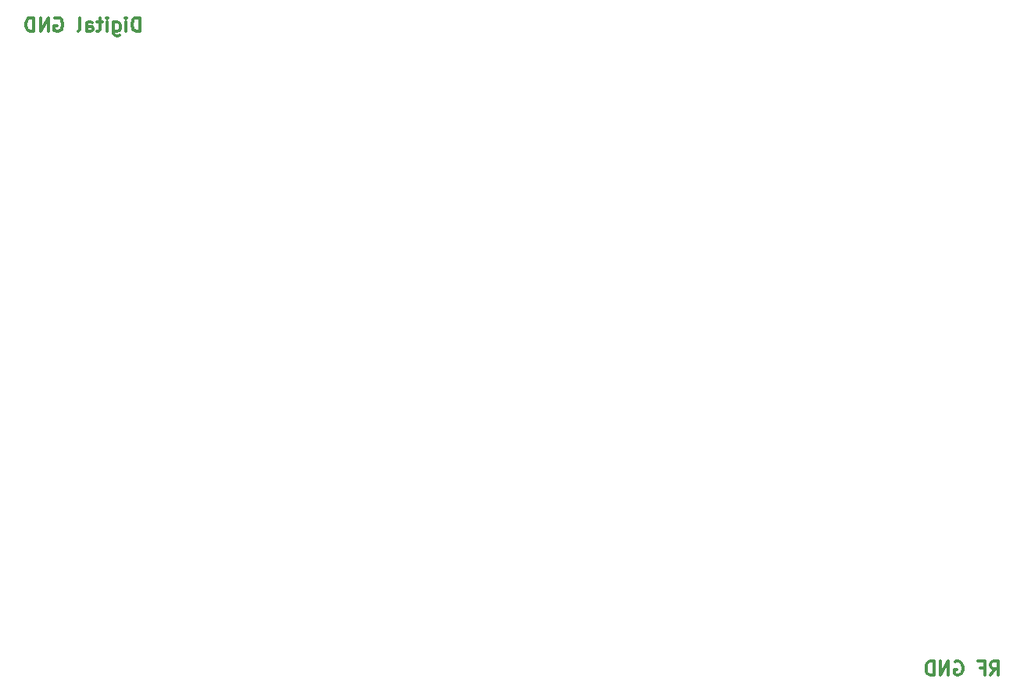
<source format=gbr>
%TF.GenerationSoftware,KiCad,Pcbnew,8.0.4*%
%TF.CreationDate,2025-05-14T15:51:55-04:00*%
%TF.ProjectId,am-receiver,616d2d72-6563-4656-9976-65722e6b6963,rev?*%
%TF.SameCoordinates,Original*%
%TF.FileFunction,Legend,Bot*%
%TF.FilePolarity,Positive*%
%FSLAX46Y46*%
G04 Gerber Fmt 4.6, Leading zero omitted, Abs format (unit mm)*
G04 Created by KiCad (PCBNEW 8.0.4) date 2025-05-14 15:51:55*
%MOMM*%
%LPD*%
G01*
G04 APERTURE LIST*
%ADD10C,0.300000*%
G04 APERTURE END LIST*
D10*
X100945489Y-68300828D02*
X100945489Y-66800828D01*
X100945489Y-66800828D02*
X100588346Y-66800828D01*
X100588346Y-66800828D02*
X100374060Y-66872257D01*
X100374060Y-66872257D02*
X100231203Y-67015114D01*
X100231203Y-67015114D02*
X100159774Y-67157971D01*
X100159774Y-67157971D02*
X100088346Y-67443685D01*
X100088346Y-67443685D02*
X100088346Y-67657971D01*
X100088346Y-67657971D02*
X100159774Y-67943685D01*
X100159774Y-67943685D02*
X100231203Y-68086542D01*
X100231203Y-68086542D02*
X100374060Y-68229400D01*
X100374060Y-68229400D02*
X100588346Y-68300828D01*
X100588346Y-68300828D02*
X100945489Y-68300828D01*
X99445489Y-68300828D02*
X99445489Y-67300828D01*
X99445489Y-66800828D02*
X99516917Y-66872257D01*
X99516917Y-66872257D02*
X99445489Y-66943685D01*
X99445489Y-66943685D02*
X99374060Y-66872257D01*
X99374060Y-66872257D02*
X99445489Y-66800828D01*
X99445489Y-66800828D02*
X99445489Y-66943685D01*
X98088346Y-67300828D02*
X98088346Y-68515114D01*
X98088346Y-68515114D02*
X98159774Y-68657971D01*
X98159774Y-68657971D02*
X98231203Y-68729400D01*
X98231203Y-68729400D02*
X98374060Y-68800828D01*
X98374060Y-68800828D02*
X98588346Y-68800828D01*
X98588346Y-68800828D02*
X98731203Y-68729400D01*
X98088346Y-68229400D02*
X98231203Y-68300828D01*
X98231203Y-68300828D02*
X98516917Y-68300828D01*
X98516917Y-68300828D02*
X98659774Y-68229400D01*
X98659774Y-68229400D02*
X98731203Y-68157971D01*
X98731203Y-68157971D02*
X98802631Y-68015114D01*
X98802631Y-68015114D02*
X98802631Y-67586542D01*
X98802631Y-67586542D02*
X98731203Y-67443685D01*
X98731203Y-67443685D02*
X98659774Y-67372257D01*
X98659774Y-67372257D02*
X98516917Y-67300828D01*
X98516917Y-67300828D02*
X98231203Y-67300828D01*
X98231203Y-67300828D02*
X98088346Y-67372257D01*
X97374060Y-68300828D02*
X97374060Y-67300828D01*
X97374060Y-66800828D02*
X97445488Y-66872257D01*
X97445488Y-66872257D02*
X97374060Y-66943685D01*
X97374060Y-66943685D02*
X97302631Y-66872257D01*
X97302631Y-66872257D02*
X97374060Y-66800828D01*
X97374060Y-66800828D02*
X97374060Y-66943685D01*
X96874059Y-67300828D02*
X96302631Y-67300828D01*
X96659774Y-66800828D02*
X96659774Y-68086542D01*
X96659774Y-68086542D02*
X96588345Y-68229400D01*
X96588345Y-68229400D02*
X96445488Y-68300828D01*
X96445488Y-68300828D02*
X96302631Y-68300828D01*
X95159774Y-68300828D02*
X95159774Y-67515114D01*
X95159774Y-67515114D02*
X95231202Y-67372257D01*
X95231202Y-67372257D02*
X95374059Y-67300828D01*
X95374059Y-67300828D02*
X95659774Y-67300828D01*
X95659774Y-67300828D02*
X95802631Y-67372257D01*
X95159774Y-68229400D02*
X95302631Y-68300828D01*
X95302631Y-68300828D02*
X95659774Y-68300828D01*
X95659774Y-68300828D02*
X95802631Y-68229400D01*
X95802631Y-68229400D02*
X95874059Y-68086542D01*
X95874059Y-68086542D02*
X95874059Y-67943685D01*
X95874059Y-67943685D02*
X95802631Y-67800828D01*
X95802631Y-67800828D02*
X95659774Y-67729400D01*
X95659774Y-67729400D02*
X95302631Y-67729400D01*
X95302631Y-67729400D02*
X95159774Y-67657971D01*
X94231202Y-68300828D02*
X94374059Y-68229400D01*
X94374059Y-68229400D02*
X94445488Y-68086542D01*
X94445488Y-68086542D02*
X94445488Y-66800828D01*
X91731202Y-66872257D02*
X91874060Y-66800828D01*
X91874060Y-66800828D02*
X92088345Y-66800828D01*
X92088345Y-66800828D02*
X92302631Y-66872257D01*
X92302631Y-66872257D02*
X92445488Y-67015114D01*
X92445488Y-67015114D02*
X92516917Y-67157971D01*
X92516917Y-67157971D02*
X92588345Y-67443685D01*
X92588345Y-67443685D02*
X92588345Y-67657971D01*
X92588345Y-67657971D02*
X92516917Y-67943685D01*
X92516917Y-67943685D02*
X92445488Y-68086542D01*
X92445488Y-68086542D02*
X92302631Y-68229400D01*
X92302631Y-68229400D02*
X92088345Y-68300828D01*
X92088345Y-68300828D02*
X91945488Y-68300828D01*
X91945488Y-68300828D02*
X91731202Y-68229400D01*
X91731202Y-68229400D02*
X91659774Y-68157971D01*
X91659774Y-68157971D02*
X91659774Y-67657971D01*
X91659774Y-67657971D02*
X91945488Y-67657971D01*
X91016917Y-68300828D02*
X91016917Y-66800828D01*
X91016917Y-66800828D02*
X90159774Y-68300828D01*
X90159774Y-68300828D02*
X90159774Y-66800828D01*
X89445488Y-68300828D02*
X89445488Y-66800828D01*
X89445488Y-66800828D02*
X89088345Y-66800828D01*
X89088345Y-66800828D02*
X88874059Y-66872257D01*
X88874059Y-66872257D02*
X88731202Y-67015114D01*
X88731202Y-67015114D02*
X88659773Y-67157971D01*
X88659773Y-67157971D02*
X88588345Y-67443685D01*
X88588345Y-67443685D02*
X88588345Y-67657971D01*
X88588345Y-67657971D02*
X88659773Y-67943685D01*
X88659773Y-67943685D02*
X88731202Y-68086542D01*
X88731202Y-68086542D02*
X88874059Y-68229400D01*
X88874059Y-68229400D02*
X89088345Y-68300828D01*
X89088345Y-68300828D02*
X89445488Y-68300828D01*
X193088346Y-138050828D02*
X193588346Y-137336542D01*
X193945489Y-138050828D02*
X193945489Y-136550828D01*
X193945489Y-136550828D02*
X193374060Y-136550828D01*
X193374060Y-136550828D02*
X193231203Y-136622257D01*
X193231203Y-136622257D02*
X193159774Y-136693685D01*
X193159774Y-136693685D02*
X193088346Y-136836542D01*
X193088346Y-136836542D02*
X193088346Y-137050828D01*
X193088346Y-137050828D02*
X193159774Y-137193685D01*
X193159774Y-137193685D02*
X193231203Y-137265114D01*
X193231203Y-137265114D02*
X193374060Y-137336542D01*
X193374060Y-137336542D02*
X193945489Y-137336542D01*
X191945489Y-137265114D02*
X192445489Y-137265114D01*
X192445489Y-138050828D02*
X192445489Y-136550828D01*
X192445489Y-136550828D02*
X191731203Y-136550828D01*
X189231203Y-136622257D02*
X189374061Y-136550828D01*
X189374061Y-136550828D02*
X189588346Y-136550828D01*
X189588346Y-136550828D02*
X189802632Y-136622257D01*
X189802632Y-136622257D02*
X189945489Y-136765114D01*
X189945489Y-136765114D02*
X190016918Y-136907971D01*
X190016918Y-136907971D02*
X190088346Y-137193685D01*
X190088346Y-137193685D02*
X190088346Y-137407971D01*
X190088346Y-137407971D02*
X190016918Y-137693685D01*
X190016918Y-137693685D02*
X189945489Y-137836542D01*
X189945489Y-137836542D02*
X189802632Y-137979400D01*
X189802632Y-137979400D02*
X189588346Y-138050828D01*
X189588346Y-138050828D02*
X189445489Y-138050828D01*
X189445489Y-138050828D02*
X189231203Y-137979400D01*
X189231203Y-137979400D02*
X189159775Y-137907971D01*
X189159775Y-137907971D02*
X189159775Y-137407971D01*
X189159775Y-137407971D02*
X189445489Y-137407971D01*
X188516918Y-138050828D02*
X188516918Y-136550828D01*
X188516918Y-136550828D02*
X187659775Y-138050828D01*
X187659775Y-138050828D02*
X187659775Y-136550828D01*
X186945489Y-138050828D02*
X186945489Y-136550828D01*
X186945489Y-136550828D02*
X186588346Y-136550828D01*
X186588346Y-136550828D02*
X186374060Y-136622257D01*
X186374060Y-136622257D02*
X186231203Y-136765114D01*
X186231203Y-136765114D02*
X186159774Y-136907971D01*
X186159774Y-136907971D02*
X186088346Y-137193685D01*
X186088346Y-137193685D02*
X186088346Y-137407971D01*
X186088346Y-137407971D02*
X186159774Y-137693685D01*
X186159774Y-137693685D02*
X186231203Y-137836542D01*
X186231203Y-137836542D02*
X186374060Y-137979400D01*
X186374060Y-137979400D02*
X186588346Y-138050828D01*
X186588346Y-138050828D02*
X186945489Y-138050828D01*
M02*

</source>
